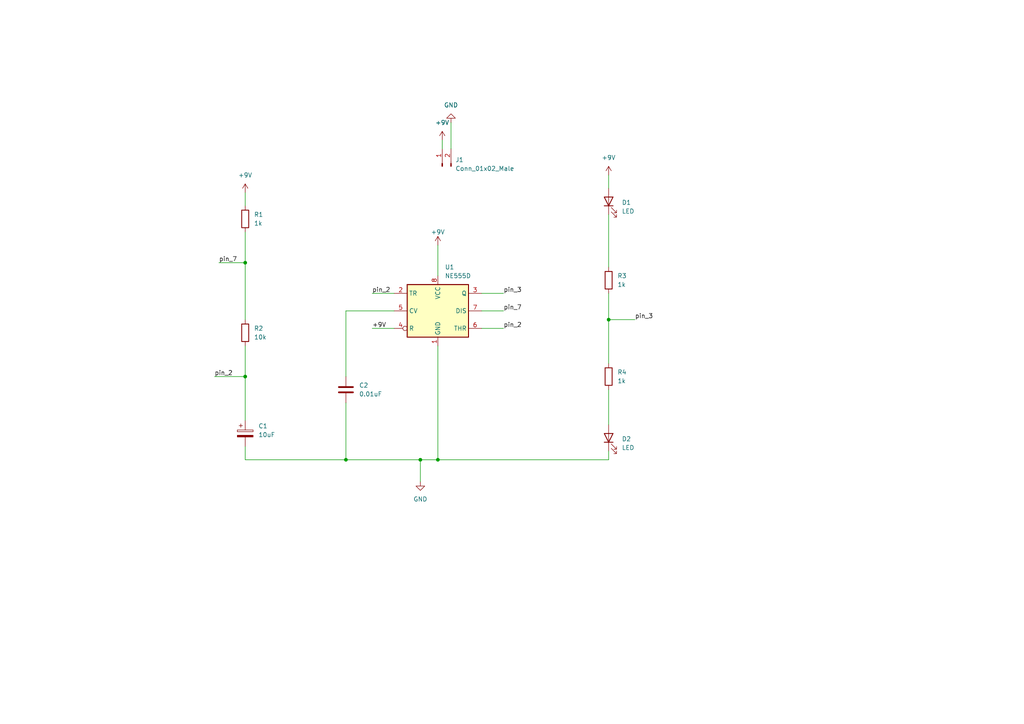
<source format=kicad_sch>
(kicad_sch (version 20211123) (generator eeschema)
  (paper "A4")
  (lib_symbols
    (symbol "Connector:Conn_01x02_Male" (pin_names (offset 1.016) hide)
      (property "Reference" "J" (at 0 2.54 0))
      (property "Value" "Conn_01x02_Male" (at 0 -5.08 0))
      (symbol "Conn_01x02_Male_1_1"
        (polyline (pts (xy 1.27 -2.54) (xy 0.8636 -2.54)) (stroke (width 0.1524)))
        (polyline (pts (xy 1.27 0) (xy 0.8636 0)) (stroke (width 0.1524)))
        (rectangle (start 0.8636 -2.413) (end 0 -2.667) (stroke (width 0.1524)) (fill (type outline)))
        (rectangle (start 0.8636 0.127) (end 0 -0.127) (stroke (width 0.1524)) (fill (type outline)))
        (pin passive line (at 5.08 0 180) (length 3.81) (name "Pin_1") (number "1"))
        (pin passive line (at 5.08 -2.54 180) (length 3.81) (name "Pin_2") (number "2"))
      )
    )
    (symbol "Device:C" (pin_numbers hide) (pin_names (offset 0.254))
      (property "Reference" "C" (at 0.635 2.54 0))
      (property "Value" "C" (at 0.635 -2.54 0))
      (symbol "C_0_1"
        (polyline (pts (xy -2.032 -0.762) (xy 2.032 -0.762)) (stroke (width 0.508)))
        (polyline (pts (xy -2.032 0.762) (xy 2.032 0.762)) (stroke (width 0.508)))
      )
      (symbol "C_1_1"
        (pin passive line (at 0 3.81 270) (length 2.794) (name "~") (number "1"))
        (pin passive line (at 0 -3.81 90) (length 2.794) (name "~") (number "2"))
      )
    )
    (symbol "Device:C_Polarized" (pin_numbers hide) (pin_names (offset 0.254))
      (property "Reference" "C" (at 0.635 2.54 0))
      (property "Value" "C_Polarized" (at 0.635 -2.54 0))
      (symbol "C_Polarized_0_1"
        (rectangle (start -2.286 0.508) (end 2.286 1.016))
        (polyline (pts (xy -1.778 2.286) (xy -0.762 2.286)))
        (polyline (pts (xy -1.27 2.794) (xy -1.27 1.778)))
        (rectangle (start 2.286 -0.508) (end -2.286 -1.016) (fill (type outline)))
      )
      (symbol "C_Polarized_1_1"
        (pin passive line (at 0 3.81 270) (length 2.794) (name "~") (number "1"))
        (pin passive line (at 0 -3.81 90) (length 2.794) (name "~") (number "2"))
      )
    )
    (symbol "Device:LED" (pin_numbers hide) (pin_names (offset 1.016) hide)
      (property "Reference" "D" (at 0 2.54 0))
      (property "Value" "LED" (at 0 -2.54 0))
      (symbol "LED_0_1"
        (polyline (pts (xy -1.27 -1.27) (xy -1.27 1.27)) (stroke (width 0.254)))
        (polyline (pts (xy -1.27 0) (xy 1.27 0)))
        (polyline (pts (xy 1.27 -1.27) (xy 1.27 1.27) (xy -1.27 0) (xy 1.27 -1.27)) (stroke (width 0.254)))
        (polyline (pts (xy -3.048 -0.762) (xy -4.572 -2.286) (xy -3.81 -2.286) (xy -4.572 -2.286) (xy -4.572 -1.524)))
        (polyline (pts (xy -1.778 -0.762) (xy -3.302 -2.286) (xy -2.54 -2.286) (xy -3.302 -2.286) (xy -3.302 -1.524)))
      )
      (symbol "LED_1_1"
        (pin passive line (at -3.81 0 0) (length 2.54) (name "K") (number "1"))
        (pin passive line (at 3.81 0 180) (length 2.54) (name "A") (number "2"))
      )
    )
    (symbol "Device:R" (pin_numbers hide) (pin_names (offset 0))
      (property "Reference" "R" (at 2.032 0 90))
      (property "Value" "R" (at 0 0 90))
      (symbol "R_0_1"
        (rectangle (start -1.016 -2.54) (end 1.016 2.54) (stroke (width 0.254)))
      )
      (symbol "R_1_1"
        (pin passive line (at 0 3.81 270) (length 1.27) (name "~") (number "1"))
        (pin passive line (at 0 -3.81 90) (length 1.27) (name "~") (number "2"))
      )
    )
    (symbol "Timer:NE555D"
      (property "Reference" "U" (at -10.16 8.89 0))
      (property "Value" "NE555D" (at 2.54 8.89 0))
      (symbol "NE555D_0_0"
        (pin power_in line (at 0 -10.16 90) (length 2.54) (name "GND") (number "1"))
        (pin power_in line (at 0 10.16 270) (length 2.54) (name "VCC") (number "8"))
      )
      (symbol "NE555D_0_1"
        (rectangle (start -8.89 -7.62) (end 8.89 7.62) (stroke (width 0.254)) (fill (type background)))
        (rectangle (start -8.89 -7.62) (end 8.89 7.62) (stroke (width 0.254)) (fill (type background)))
      )
      (symbol "NE555D_1_1"
        (pin input line (at -12.7 5.08 0) (length 3.81) (name "TR") (number "2"))
        (pin output line (at 12.7 5.08 180) (length 3.81) (name "Q") (number "3"))
        (pin input inverted (at -12.7 -5.08 0) (length 3.81) (name "R") (number "4"))
        (pin input line (at -12.7 0 0) (length 3.81) (name "CV") (number "5"))
        (pin input line (at 12.7 -5.08 180) (length 3.81) (name "THR") (number "6"))
        (pin input line (at 12.7 0 180) (length 3.81) (name "DIS") (number "7"))
      )
    )
    (symbol "power:+9V" (power) (pin_names (offset 0))
      (property "Value" "+9V" (at 0 3.556 0))
      (symbol "+9V_0_1"
        (polyline (pts (xy -0.762 1.27) (xy 0 2.54)))
        (polyline (pts (xy 0 0) (xy 0 2.54)))
        (polyline (pts (xy 0 2.54) (xy 0.762 1.27)))
      )
      (symbol "+9V_1_1"
        (pin power_in line (at 0 0 90) (length 0) hide (name "+9V") (number "1"))
      )
    )
    (symbol "power:GND" (power) (pin_names (offset 0))
      (property "Value" "GND" (at 0 -3.81 0))
      (symbol "GND_0_1"
        (polyline (pts (xy 0 0) (xy 0 -1.27) (xy 1.27 -1.27) (xy 0 -2.54) (xy -1.27 -1.27) (xy 0 -1.27)))
      )
      (symbol "GND_1_1"
        (pin power_in line (at 0 0 270) (length 0) hide (name "GND") (number "1"))
      )
    )
  )
  (junction (at 100.33 133.35))
  (junction (at 71.12 109.22))
  (junction (at 71.12 76.2))
  (junction (at 121.92 133.35))
  (junction (at 176.53 92.71))
  (junction (at 127 133.35))
  (wire (pts (xy 127 100.33) (xy 127 133.35)))
  (wire (pts (xy 71.12 109.22) (xy 71.12 121.92)))
  (wire (pts (xy 176.53 50.8) (xy 176.53 54.61)))
  (wire (pts (xy 176.53 113.03) (xy 176.53 123.19)))
  (wire (pts (xy 100.33 109.22) (xy 100.33 90.17)))
  (wire (pts (xy 62.23 109.22) (xy 71.12 109.22)))
  (wire (pts (xy 100.33 133.35) (xy 121.92 133.35)))
  (wire (pts (xy 127 133.35) (xy 176.53 133.35)))
  (wire (pts (xy 71.12 129.54) (xy 71.12 133.35)))
  (wire (pts (xy 107.95 95.25) (xy 114.3 95.25)))
  (wire (pts (xy 139.7 85.09) (xy 146.05 85.09)))
  (wire (pts (xy 130.81 35.56) (xy 130.81 43.18)))
  (wire (pts (xy 71.12 59.69) (xy 71.12 55.88)))
  (wire (pts (xy 176.53 85.09) (xy 176.53 92.71)))
  (wire (pts (xy 107.95 85.09) (xy 114.3 85.09)))
  (wire (pts (xy 100.33 90.17) (xy 114.3 90.17)))
  (wire (pts (xy 176.53 133.35) (xy 176.53 130.81)))
  (wire (pts (xy 176.53 92.71) (xy 176.53 105.41)))
  (wire (pts (xy 71.12 133.35) (xy 100.33 133.35)))
  (wire (pts (xy 121.92 139.7) (xy 121.92 133.35)))
  (wire (pts (xy 121.92 133.35) (xy 127 133.35)))
  (wire (pts (xy 71.12 67.31) (xy 71.12 76.2)))
  (wire (pts (xy 71.12 76.2) (xy 71.12 92.71)))
  (wire (pts (xy 100.33 116.84) (xy 100.33 133.35)))
  (wire (pts (xy 71.12 100.33) (xy 71.12 109.22)))
  (wire (pts (xy 127 80.01) (xy 127 71.12)))
  (wire (pts (xy 139.7 95.25) (xy 146.05 95.25)))
  (wire (pts (xy 63.5 76.2) (xy 71.12 76.2)))
  (wire (pts (xy 176.53 92.71) (xy 184.15 92.71)))
  (wire (pts (xy 128.27 40.64) (xy 128.27 43.18)))
  (wire (pts (xy 139.7 90.17) (xy 146.05 90.17)))
  (wire (pts (xy 176.53 62.23) (xy 176.53 77.47)))
  (label "pin_2" (at 107.95 85.09 0))
  (label "pin_2" (at 62.23 109.22 0))
  (label "+9V" (at 107.95 95.25 0))
  (label "pin_7" (at 63.5 76.2 0))
  (label "pin_2" (at 146.05 95.25 0))
  (label "pin_7" (at 146.05 90.17 0))
  (label "pin_3" (at 184.15 92.71 0))
  (label "pin_3" (at 146.05 85.09 0))
  (symbol (lib_id "Connector:Conn_01x02_Male") (at 128.27 48.26 90) (unit 1)
    (property "Reference" "J1" (at 132.08 46.3549 90) (effects (justify right)))
    (property "Value" "Conn_01x02_Male" (at 132.08 48.8949 90) (effects (justify right)))
    (property "Footprint" "TerminalBlock:TerminalBlock_bornier-2_P5.08mm" (effects hide))
  )
  (symbol (lib_id "Device:R") (at 71.12 96.52 0) (unit 1)
    (property "Reference" "R2" (at 73.66 95.2499 0) (effects (justify left)))
    (property "Value" "10k" (at 73.66 97.7899 0) (effects (justify left)))
    (property "Footprint" "Resistor_SMD:R_0805_2012Metric_Pad1.20x1.40mm_HandSolder" (effects hide))
  )
  (symbol (lib_id "Device:C") (at 100.33 113.03 0) (unit 1)
    (property "Reference" "C2" (at 104.14 111.7599 0) (effects (justify left)))
    (property "Value" "0.01uF" (at 104.14 114.2999 0) (effects (justify left)))
    (property "Footprint" "Capacitor_SMD:C_0805_2012Metric_Pad1.18x1.45mm_HandSolder" (effects hide))
  )
  (symbol (lib_id "Device:LED") (at 176.53 127 90) (unit 1)
    (property "Reference" "D2" (at 180.34 127.3174 90) (effects (justify right)))
    (property "Value" "LED" (at 180.34 129.8574 90) (effects (justify right)))
    (property "Footprint" "LED_SMD:LED_1206_3216Metric_Pad1.42x1.75mm_HandSolder" (effects hide))
  )
  (symbol (lib_id "Device:R") (at 71.12 63.5 0) (unit 1)
    (property "Reference" "R1" (at 73.66 62.2299 0) (effects (justify left)))
    (property "Value" "1k" (at 73.66 64.7699 0) (effects (justify left)))
    (property "Footprint" "Resistor_SMD:R_0805_2012Metric_Pad1.20x1.40mm_HandSolder" (effects hide))
  )
  (symbol (lib_id "Device:R") (at 176.53 81.28 0) (unit 1)
    (property "Reference" "R3" (at 179.07 80.0099 0) (effects (justify left)))
    (property "Value" "1k" (at 179.07 82.5499 0) (effects (justify left)))
    (property "Footprint" "Resistor_SMD:R_0805_2012Metric_Pad1.20x1.40mm_HandSolder" (effects hide))
  )
  (symbol (lib_id "Timer:NE555D") (at 127 90.17 0) (unit 1)
    (property "Reference" "U1" (at 129.0194 77.47 0) (effects (justify left)))
    (property "Value" "NE555D" (at 129.0194 80.01 0) (effects (justify left)))
    (property "Footprint" "Package_SO:SOIC-8-1EP_3.9x4.9mm_P1.27mm_EP2.29x3mm" (effects hide))
    (property "Datasheet" "http://www.ti.com/lit/ds/symlink/ne555.pdf" (effects hide))
  )
  (symbol (lib_id "Device:C_Polarized") (at 71.12 125.73 0) (unit 1)
    (property "Reference" "C1" (at 74.93 123.5709 0) (effects (justify left)))
    (property "Value" "10uF" (at 74.93 126.1109 0) (effects (justify left)))
    (property "Footprint" "Capacitor_Tantalum_SMD:CP_EIA-3216-18_Kemet-A_Pad1.58x1.35mm_HandSolder" (effects hide))
  )
  (symbol (lib_id "Device:R") (at 176.53 109.22 0) (unit 1)
    (property "Reference" "R4" (at 179.07 107.9499 0) (effects (justify left)))
    (property "Value" "1k" (at 179.07 110.4899 0) (effects (justify left)))
    (property "Footprint" "Resistor_SMD:R_0805_2012Metric_Pad1.20x1.40mm_HandSolder" (effects hide))
  )
  (symbol (lib_id "power:GND") (at 121.92 139.7 0) (unit 1)
    (property "Reference" "#PWR0106" (effects hide))
    (property "Value" "GND" (at 121.92 144.78 0))
  )
  (symbol (lib_id "power:+9V") (at 127 71.12 0) (unit 1)
    (property "Reference" "#PWR0101" (effects hide))
    (property "Value" "+9V" (at 127 67.31 0))
  )
  (symbol (lib_id "power:+9V") (at 71.12 55.88 0) (unit 1)
    (property "Reference" "#PWR0105" (effects hide))
    (property "Value" "+9V" (at 71.12 50.8 0))
  )
  (symbol (lib_id "Device:LED") (at 176.53 58.42 90) (unit 1)
    (property "Reference" "D1" (at 180.34 58.7374 90) (effects (justify right)))
    (property "Value" "LED" (at 180.34 61.2774 90) (effects (justify right)))
    (property "Footprint" "LED_SMD:LED_1206_3216Metric_Pad1.42x1.75mm_HandSolder" (effects hide))
  )
  (symbol (lib_id "power:+9V") (at 176.53 50.8 0) (unit 1)
    (property "Reference" "#PWR0102" (effects hide))
    (property "Value" "+9V" (at 176.53 45.72 0))
  )
  (symbol (lib_id "power:+9V") (at 128.27 40.64 0) (unit 1)
    (property "Reference" "#PWR0104" (effects hide))
    (property "Value" "+9V" (at 128.27 35.56 0))
  )
  (symbol (lib_id "power:GND") (at 130.81 35.56 180) (unit 1)
    (property "Reference" "#PWR0103" (effects hide))
    (property "Value" "GND" (at 130.81 30.48 0))
  )
)
</source>
